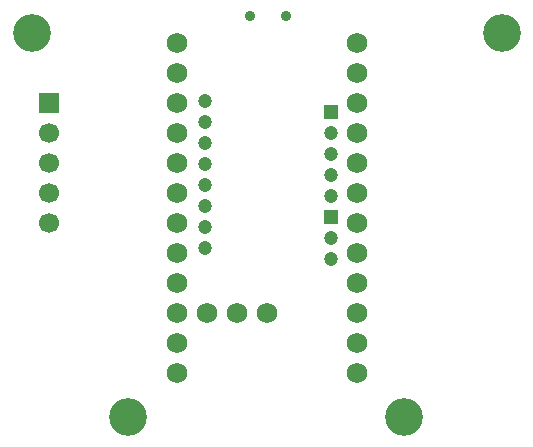
<source format=gbr>
%TF.GenerationSoftware,KiCad,Pcbnew,9.0.5*%
%TF.CreationDate,2025-10-27T23:23:53+01:00*%
%TF.ProjectId,mouse,6d6f7573-652e-46b6-9963-61645f706362,rev?*%
%TF.SameCoordinates,Original*%
%TF.FileFunction,Soldermask,Bot*%
%TF.FilePolarity,Negative*%
%FSLAX46Y46*%
G04 Gerber Fmt 4.6, Leading zero omitted, Abs format (unit mm)*
G04 Created by KiCad (PCBNEW 9.0.5) date 2025-10-27 23:23:53*
%MOMM*%
%LPD*%
G01*
G04 APERTURE LIST*
%ADD10C,1.200000*%
%ADD11R,1.200000X1.200000*%
%ADD12R,1.700000X1.700000*%
%ADD13C,1.700000*%
%ADD14C,3.200000*%
%ADD15C,0.900000*%
%ADD16C,1.752600*%
G04 APERTURE END LIST*
D10*
%TO.C,OpticalSensor1*%
X188950000Y-100420001D03*
X188950000Y-98640001D03*
D11*
X188950000Y-96860001D03*
D10*
X188950000Y-95080001D03*
X188950000Y-93300001D03*
X188950000Y-91520001D03*
X188950000Y-89740002D03*
D11*
X188950000Y-87960002D03*
D10*
X178250000Y-87070001D03*
X178250000Y-88850001D03*
X178250000Y-90630001D03*
X178250000Y-92410001D03*
X178250000Y-94190001D03*
X178250000Y-95970001D03*
X178250000Y-97750000D03*
X178249999Y-99530001D03*
%TD*%
D12*
%TO.C,J1*%
X165100000Y-87200000D03*
D13*
X165100000Y-89740000D03*
X165100000Y-92280000D03*
X165100000Y-94820000D03*
X165100000Y-97360000D03*
%TD*%
D14*
%TO.C,REF\u002A\u002A*%
X203400000Y-81300000D03*
%TD*%
%TO.C,REF\u002A\u002A*%
X195150000Y-113850000D03*
%TD*%
%TO.C,REF\u002A\u002A*%
X171800000Y-113800000D03*
%TD*%
D15*
%TO.C,Switch1*%
X185120000Y-79845000D03*
X182120000Y-79845000D03*
%TD*%
D14*
%TO.C,REF\u002A\u002A*%
X163600000Y-81300000D03*
%TD*%
D16*
%TO.C,U2*%
X175880000Y-82140000D03*
X175880000Y-84680000D03*
X175880000Y-87220000D03*
X175880000Y-89760000D03*
X175880000Y-92300000D03*
X175880000Y-94840000D03*
X175880000Y-97380000D03*
X175880000Y-99920000D03*
X175880000Y-102460000D03*
X175880000Y-105000000D03*
X175880000Y-107540000D03*
X175880000Y-110080000D03*
X191120000Y-110080000D03*
X191120000Y-107540000D03*
X191120000Y-105000000D03*
X191120000Y-102460000D03*
X191120000Y-99920000D03*
X191120000Y-97380000D03*
X191120000Y-94840000D03*
X191120000Y-92300000D03*
X191120000Y-89760000D03*
X191120000Y-87220000D03*
X191120000Y-84680000D03*
X191120000Y-82140000D03*
X178420000Y-105000000D03*
X180960000Y-105000000D03*
X183500000Y-105000000D03*
%TD*%
M02*

</source>
